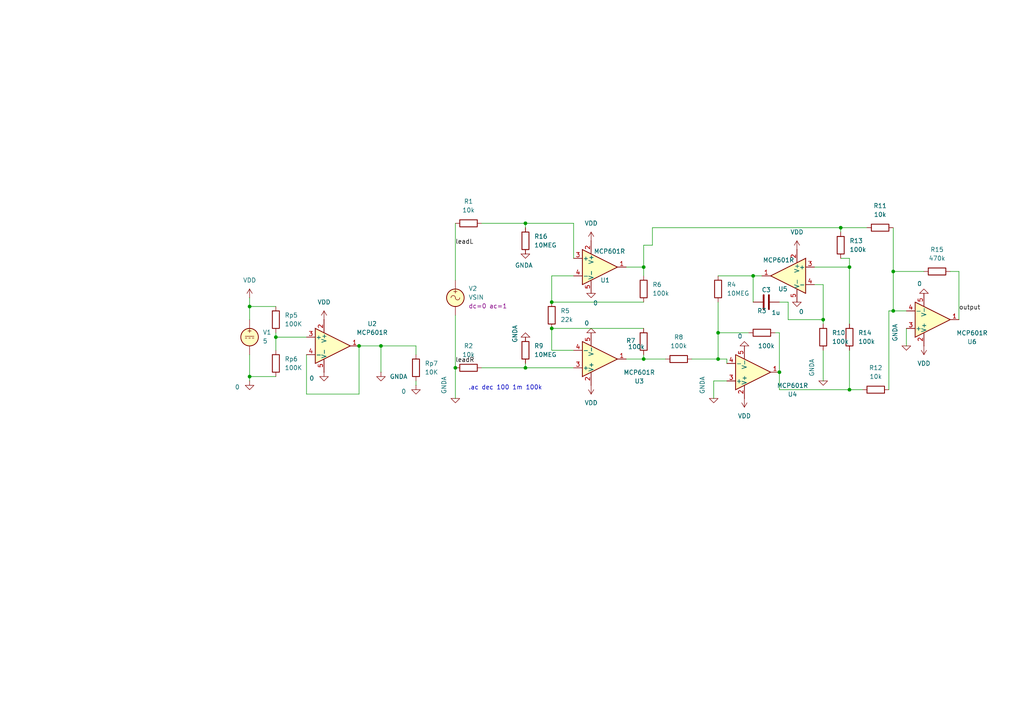
<source format=kicad_sch>
(kicad_sch (version 20250114) (generator "eeschema") (generator_version "9.0")
  (paper "A4")
  (lib_symbols
    (symbol "Amplifier_Operational:MCP601R" (pin_names (offset 0.127))
      (property "Reference" "U" (at 0 5.08 0))
      (property "Value" "MCP601R" (at 0 -5.08 0))
      (symbol "MCP601R_0_1"
        (polyline (pts (xy -5.08 5.08) (xy 5.08 0) (xy -5.08 -5.08) (xy -5.08 5.08)) (stroke (width 0.254)) (fill (type background)))
      )
      (symbol "MCP601R_1_1"
        (pin input line (at -7.62 2.54 0) (length 2.54) (name "+") (number "3"))
        (pin input line (at -7.62 -2.54 0) (length 2.54) (name "-") (number "4"))
        (pin power_in line (at -2.54 7.62 270) (length 3.81) (name "V+") (number "2"))
        (pin power_in line (at -2.54 -7.62 90) (length 3.81) (name "V-") (number "5"))
        (pin output line (at 7.62 0 180) (length 2.54) (name "~") (number "1"))
      )
    )
    (symbol "Device:C" (pin_numbers (hide yes)) (pin_names (offset 0.254))
      (property "Reference" "C" (at 0.635 2.54 0))
      (property "Value" "C" (at 0.635 -2.54 0))
      (symbol "C_0_1"
        (polyline (pts (xy -2.032 0.762) (xy 2.032 0.762)) (stroke (width 0.508)))
        (polyline (pts (xy -2.032 -0.762) (xy 2.032 -0.762)) (stroke (width 0.508)))
      )
      (symbol "C_1_1"
        (pin passive line (at 0 3.81 270) (length 2.794) (name "~") (number "1"))
        (pin passive line (at 0 -3.81 90) (length 2.794) (name "~") (number "2"))
      )
    )
    (symbol "Device:R" (pin_numbers (hide yes)) (pin_names (offset 0))
      (property "Reference" "R" (at 2.032 0 90))
      (property "Value" "R" (at 0 0 90))
      (symbol "R_0_1"
        (rectangle (start -1.016 -2.54) (end 1.016 2.54) (stroke (width 0.254)))
      )
      (symbol "R_1_1"
        (pin passive line (at 0 3.81 270) (length 1.27) (name "~") (number "1"))
        (pin passive line (at 0 -3.81 90) (length 1.27) (name "~") (number "2"))
      )
    )
    (symbol "Simulation_SPICE:0" (power) (pin_numbers (hide yes)) (pin_names (offset 0) (hide yes))
      (property "Value" "0" (at 0 -2.54 0))
      (symbol "0_0_1"
        (polyline (pts (xy -1.27 0) (xy 0 -1.27) (xy 1.27 0) (xy -1.27 0)))
      )
      (symbol "0_1_1"
        (pin power_in line (at 0 0 0) (length 0) (name "~") (number "1"))
      )
    )
    (symbol "Simulation_SPICE:VDC" (pin_numbers (hide yes)) (pin_names (offset 0.0254))
      (property "Reference" "V" (at 2.54 2.54 0))
      (property "Value" "1" (at 2.54 0 0))
      (symbol "VDC_0_0"
        (polyline (pts (xy -1.27 0.254) (xy 1.27 0.254)))
        (polyline (pts (xy -0.762 -0.254) (xy -1.27 -0.254)))
        (polyline (pts (xy 0.254 -0.254) (xy -0.254 -0.254)))
        (polyline (pts (xy 1.27 -0.254) (xy 0.762 -0.254)))
        (text "+" (at 0 1.905 0) (effects (font (size 1.27 1.27))))
      )
      (symbol "VDC_0_1"
        (circle (center 0 0) (radius 2.54) (stroke (width 0.254)) (fill (type background)))
      )
      (symbol "VDC_1_1"
        (pin passive line (at 0 5.08 270) (length 2.54) (name "~") (number "1"))
        (pin passive line (at 0 -5.08 90) (length 2.54) (name "~") (number "2"))
      )
    )
    (symbol "Simulation_SPICE:VSIN" (pin_numbers (hide yes)) (pin_names (offset 0.0254))
      (property "Reference" "V" (at 2.54 2.54 0))
      (property "Value" "VSIN" (at 2.54 0 0))
      (property "Sim.Params" "dc=0 ampl=1 f=1k ac=1" (at 2.54 -2.54 0))
      (symbol "VSIN_0_0"
        (arc (start -1.27 0) (mid -0.635 0.6323) (end 0 0))
        (arc (start 1.27 0) (mid 0.635 -0.6323) (end 0 0))
        (text "+" (at 0 1.905 0) (effects (font (size 1.27 1.27))))
      )
      (symbol "VSIN_0_1"
        (circle (center 0 0) (radius 2.54) (stroke (width 0.254)) (fill (type background)))
      )
      (symbol "VSIN_1_1"
        (pin passive line (at 0 5.08 270) (length 2.54) (name "~") (number "1"))
        (pin passive line (at 0 -5.08 90) (length 2.54) (name "~") (number "2"))
      )
    )
    (symbol "power:GND" (power) (pin_numbers (hide yes)) (pin_names (offset 0) (hide yes))
      (property "Value" "GND" (at 0 -3.81 0))
      (symbol "GND_0_1"
        (polyline (pts (xy 0 0) (xy 0 -1.27) (xy 1.27 -1.27) (xy 0 -2.54) (xy -1.27 -1.27) (xy 0 -1.27)))
      )
      (symbol "GND_1_1"
        (pin power_in line (at 0 0 270) (length 0) (name "~") (number "1"))
      )
    )
    (symbol "power:VDD" (power) (pin_numbers (hide yes)) (pin_names (offset 0) (hide yes))
      (property "Value" "VDD" (at 0 3.556 0))
      (symbol "VDD_0_1"
        (polyline (pts (xy -0.762 1.27) (xy 0 2.54)))
        (polyline (pts (xy 0 2.54) (xy 0.762 1.27)))
        (polyline (pts (xy 0 0) (xy 0 2.54)))
      )
      (symbol "VDD_1_1"
        (pin power_in line (at 0 0 90) (length 0) (name "~") (number "1"))
      )
    )
  )
  (text ".ac dec 100 1m 100k" (at 146.558 112.522 0) (effects (font (size 1.27 1.27))))
  (junction (at 226.06 107.95))
  (junction (at 160.02 95.25))
  (junction (at 238.76 92.71))
  (junction (at 259.08 78.74))
  (junction (at 152.4 64.77))
  (junction (at 110.49 100.33))
  (junction (at 186.69 77.47))
  (junction (at 152.4 106.68))
  (junction (at 243.84 66.04))
  (junction (at 80.01 97.79))
  (junction (at 246.38 113.03))
  (junction (at 218.44 80.01))
  (junction (at 246.38 77.47))
  (junction (at 208.28 96.52))
  (junction (at 208.28 104.14))
  (junction (at 259.08 90.17))
  (junction (at 104.14 100.33))
  (junction (at 160.02 87.63))
  (junction (at 186.69 104.14))
  (junction (at 132.08 106.68))
  (junction (at 72.39 109.22))
  (junction (at 72.39 88.9))
  (wire (pts (xy 208.28 87.63) (xy 208.28 96.52)))
  (wire (pts (xy 246.38 74.93) (xy 243.84 74.93)))
  (wire (pts (xy 166.37 64.77) (xy 166.37 74.93)))
  (wire (pts (xy 80.01 96.52) (xy 80.01 97.79)))
  (wire (pts (xy 262.89 95.25) (xy 262.89 100.33)))
  (wire (pts (xy 243.84 66.04) (xy 189.23 66.04)))
  (wire (pts (xy 218.44 80.01) (xy 218.44 87.63)))
  (wire (pts (xy 186.69 104.14) (xy 193.04 104.14)))
  (wire (pts (xy 224.79 96.52) (xy 226.06 96.52)))
  (wire (pts (xy 139.7 64.77) (xy 152.4 64.77)))
  (wire (pts (xy 110.49 100.33) (xy 110.49 107.95)))
  (wire (pts (xy 207.01 110.49) (xy 207.01 115.57)))
  (wire (pts (xy 186.69 102.87) (xy 186.69 104.14)))
  (wire (pts (xy 139.7 106.68) (xy 152.4 106.68)))
  (wire (pts (xy 259.08 90.17) (xy 262.89 90.17)))
  (wire (pts (xy 88.9 102.87) (xy 88.9 114.3)))
  (wire (pts (xy 80.01 88.9) (xy 72.39 88.9)))
  (wire (pts (xy 120.65 110.49) (xy 120.65 111.76)))
  (wire (pts (xy 226.06 96.52) (xy 226.06 107.95)))
  (wire (pts (xy 200.66 104.14) (xy 208.28 104.14)))
  (wire (pts (xy 80.01 97.79) (xy 88.9 97.79)))
  (wire (pts (xy 246.38 93.98) (xy 246.38 77.47)))
  (wire (pts (xy 246.38 77.47) (xy 246.38 74.93)))
  (wire (pts (xy 246.38 113.03) (xy 226.06 113.03)))
  (wire (pts (xy 72.39 88.9) (xy 72.39 92.71)))
  (wire (pts (xy 210.82 110.49) (xy 207.01 110.49)))
  (wire (pts (xy 278.13 78.74) (xy 275.59 78.74)))
  (wire (pts (xy 217.17 96.52) (xy 208.28 96.52)))
  (wire (pts (xy 181.61 104.14) (xy 186.69 104.14)))
  (wire (pts (xy 166.37 80.01) (xy 160.02 80.01)))
  (wire (pts (xy 257.81 90.17) (xy 259.08 90.17)))
  (wire (pts (xy 257.81 113.03) (xy 257.81 90.17)))
  (wire (pts (xy 246.38 101.6) (xy 246.38 113.03)))
  (wire (pts (xy 243.84 66.04) (xy 251.46 66.04)))
  (wire (pts (xy 72.39 110.49) (xy 72.39 109.22)))
  (wire (pts (xy 250.19 113.03) (xy 246.38 113.03)))
  (wire (pts (xy 80.01 109.22) (xy 72.39 109.22)))
  (wire (pts (xy 208.28 96.52) (xy 208.28 104.14)))
  (wire (pts (xy 186.69 77.47) (xy 186.69 80.01)))
  (wire (pts (xy 104.14 100.33) (xy 104.14 114.3)))
  (wire (pts (xy 132.08 81.28) (xy 132.08 64.77)))
  (wire (pts (xy 236.22 77.47) (xy 246.38 77.47)))
  (wire (pts (xy 238.76 101.6) (xy 238.76 110.49)))
  (wire (pts (xy 238.76 92.71) (xy 238.76 93.98)))
  (wire (pts (xy 120.65 100.33) (xy 120.65 102.87)))
  (wire (pts (xy 236.22 82.55) (xy 238.76 82.55)))
  (wire (pts (xy 218.44 80.01) (xy 220.98 80.01)))
  (wire (pts (xy 189.23 66.04) (xy 189.23 71.12)))
  (wire (pts (xy 228.6 92.71) (xy 238.76 92.71)))
  (wire (pts (xy 226.06 87.63) (xy 228.6 87.63)))
  (wire (pts (xy 259.08 78.74) (xy 267.97 78.74)))
  (wire (pts (xy 210.82 104.14) (xy 210.82 105.41)))
  (wire (pts (xy 259.08 66.04) (xy 259.08 78.74)))
  (wire (pts (xy 186.69 71.12) (xy 186.69 77.47)))
  (wire (pts (xy 160.02 95.25) (xy 186.69 95.25)))
  (wire (pts (xy 104.14 100.33) (xy 110.49 100.33)))
  (wire (pts (xy 160.02 80.01) (xy 160.02 87.63)))
  (wire (pts (xy 278.13 92.71) (xy 278.13 78.74)))
  (wire (pts (xy 208.28 80.01) (xy 218.44 80.01)))
  (wire (pts (xy 259.08 78.74) (xy 259.08 90.17)))
  (wire (pts (xy 166.37 101.6) (xy 160.02 101.6)))
  (wire (pts (xy 152.4 105.41) (xy 152.4 106.68)))
  (wire (pts (xy 152.4 64.77) (xy 152.4 66.04)))
  (wire (pts (xy 72.39 109.22) (xy 72.39 102.87)))
  (wire (pts (xy 88.9 114.3) (xy 104.14 114.3)))
  (wire (pts (xy 160.02 87.63) (xy 186.69 87.63)))
  (wire (pts (xy 152.4 106.68) (xy 166.37 106.68)))
  (wire (pts (xy 110.49 100.33) (xy 120.65 100.33)))
  (wire (pts (xy 208.28 104.14) (xy 210.82 104.14)))
  (wire (pts (xy 152.4 64.77) (xy 166.37 64.77)))
  (wire (pts (xy 189.23 71.12) (xy 186.69 71.12)))
  (wire (pts (xy 132.08 106.68) (xy 132.08 115.57)))
  (wire (pts (xy 243.84 66.04) (xy 243.84 67.31)))
  (wire (pts (xy 226.06 113.03) (xy 226.06 107.95)))
  (wire (pts (xy 181.61 77.47) (xy 186.69 77.47)))
  (wire (pts (xy 80.01 97.79) (xy 80.01 101.6)))
  (wire (pts (xy 132.08 91.44) (xy 132.08 106.68)))
  (wire (pts (xy 160.02 95.25) (xy 160.02 101.6)))
  (wire (pts (xy 238.76 82.55) (xy 238.76 92.71)))
  (wire (pts (xy 72.39 88.9) (xy 72.39 86.36)))
  (wire (pts (xy 228.6 87.63) (xy 228.6 92.71)))
  (label "leadL" (at 132.08 71.12 0))
  (label "leadR" (at 132.08 105.41 0))
  (label "output" (at 278.13 90.17 0))
  (symbol (lib_id "power:GND") (at 120.65 111.76 0) (unit 1)
    (property "Reference" "#PWR07" (effects (hide yes)))
    (property "Value" "0" (at 117.094 113.538 0))
    (property "Description" "Power symbol creates a global label with name \"GND\" , ground" (effects (hide yes)))
  )
  (symbol (lib_id "power:GND") (at 110.49 107.95 0) (unit 1)
    (property "Reference" "#PWR08" (effects (hide yes)))
    (property "Value" "GNDA" (at 113.03 109.2199 0) (effects (justify left)))
    (property "Description" "Power symbol creates a global label with name \"GND\" , ground" (effects (hide yes)))
  )
  (symbol (lib_id "Simulation_SPICE:0") (at 215.9 100.33 180) (unit 1)
    (property "Reference" "#GND05" (effects (hide yes)))
    (property "Value" "0" (at 214.63 97.536 0))
    (property "Datasheet" "https://ngspice.sourceforge.io/docs/ngspice-html-manual/manual.xhtml#subsec_Circuit_elements__device" (effects (hide yes)))
    (property "Description" "0V reference potential for simulation" (effects (hide yes)))
  )
  (symbol (lib_id "power:GND") (at 93.98 107.95 0) (unit 1)
    (property "Reference" "#PWR06" (effects (hide yes)))
    (property "Value" "0" (at 90.424 109.728 0))
    (property "Description" "Power symbol creates a global label with name \"GND\" , ground" (effects (hide yes)))
  )
  (symbol (lib_id "Simulation_SPICE:0") (at 132.08 115.57 0) (unit 1)
    (property "Reference" "#GND07" (effects (hide yes)))
    (property "Value" "GNDA" (at 128.778 114.3 90) (effects (justify left)))
    (property "Datasheet" "https://ngspice.sourceforge.io/docs/ngspice-html-manual/manual.xhtml#subsec_Circuit_elements__device" (effects (hide yes)))
    (property "Description" "0V reference potential for simulation" (effects (hide yes)))
  )
  (symbol (lib_id "Device:C") (at 222.25 87.63 90) (unit 1)
    (property "Reference" "C3" (at 222.25 84.074 90))
    (property "Value" "1u" (at 225.044 90.678 90))
    (property "Description" "Unpolarized capacitor" (effects (hide yes)))
  )
  (symbol (lib_id "power:VDD") (at 231.14 72.39 0) (unit 1)
    (property "Reference" "#PWR05" (effects (hide yes)))
    (property "Value" "VDD" (at 231.14 67.31 0))
    (property "Description" "Power symbol creates a global label with name \"VDD\"" (effects (hide yes)))
  )
  (symbol (lib_id "Device:R") (at 80.01 92.71 0) (unit 1)
    (property "Reference" "Rp5" (at 82.55 91.4399 0) (effects (justify left)))
    (property "Value" "100K" (at 82.55 93.9799 0) (effects (justify left)))
    (property "Description" "Resistor" (effects (hide yes)))
  )
  (symbol (lib_id "Device:R") (at 135.89 106.68 90) (unit 1)
    (property "Reference" "R2" (at 135.89 100.33 90))
    (property "Value" "10k" (at 135.89 102.87 90))
    (property "Description" "Resistor" (effects (hide yes)))
  )
  (symbol (lib_id "Device:R") (at 152.4 69.85 180) (unit 1)
    (property "Reference" "R16" (at 154.94 68.5799 0) (effects (justify right)))
    (property "Value" "10MEG" (at 154.94 71.1199 0) (effects (justify right)))
    (property "Description" "Resistor" (effects (hide yes)))
  )
  (symbol (lib_id "Device:R") (at 120.65 106.68 0) (unit 1)
    (property "Reference" "Rp7" (at 123.19 105.4099 0) (effects (justify left)))
    (property "Value" "10K" (at 123.19 107.9499 0) (effects (justify left)))
    (property "Description" "Resistor" (effects (hide yes)))
  )
  (symbol (lib_id "Device:R") (at 243.84 71.12 180) (unit 1)
    (property "Reference" "R13" (at 246.38 69.8499 0) (effects (justify right)))
    (property "Value" "100k" (at 246.38 72.3899 0) (effects (justify right)))
    (property "Description" "Resistor" (effects (hide yes)))
  )
  (symbol (lib_id "Device:R") (at 80.01 105.41 0) (unit 1)
    (property "Reference" "Rp6" (at 82.55 104.1399 0) (effects (justify left)))
    (property "Value" "100K" (at 82.55 106.6799 0) (effects (justify left)))
    (property "Description" "Resistor" (effects (hide yes)))
  )
  (symbol (lib_id "Device:R") (at 135.89 64.77 90) (unit 1)
    (property "Reference" "R1" (at 135.89 58.42 90))
    (property "Value" "10k" (at 135.89 60.96 90))
    (property "Description" "Resistor" (effects (hide yes)))
  )
  (symbol (lib_id "power:GND") (at 72.39 110.49 0) (unit 1)
    (property "Reference" "#PWR01" (effects (hide yes)))
    (property "Value" "0" (at 68.834 112.268 0))
    (property "Description" "Power symbol creates a global label with name \"GND\" , ground" (effects (hide yes)))
  )
  (symbol (lib_id "Amplifier_Operational:MCP601R") (at 270.51 92.71 0) (mirror x) (unit 1)
    (property "Reference" "U6" (at 281.94 99.1302 0))
    (property "Value" "MCP601R" (at 281.94 96.5902 0))
    (property "Footprint" "Package_TO_SOT_SMD:SOT-23-5" (effects (hide yes)))
    (property "Datasheet" "https://ww1.microchip.com/downloads/en/DeviceDoc/21314g.pdf" (effects (hide yes)))
    (property "Description" "Single 2.7V to 6.0V Single Supply CMOS Op Amps, SOT-23-5" (effects (hide yes)))
    (property "Sim.Library" "/home/pepika/work/faks/medicinska_elektronika/vezba1/MCP601_opamp.txt" (effects (hide yes)))
    (property "Sim.Name" "MCP601" (effects (hide yes)))
    (property "Sim.Device" "SUBCKT" (effects (hide yes)))
    (property "Sim.Pins" "1=5 2=3 3=1 4=2 5=4" (effects (hide yes)))
  )
  (symbol (lib_id "Amplifier_Operational:MCP601R") (at 218.44 107.95 0) (mirror x) (unit 1)
    (property "Reference" "U4" (at 229.87 114.3702 0))
    (property "Value" "MCP601R" (at 229.87 111.8302 0))
    (property "Footprint" "Package_TO_SOT_SMD:SOT-23-5" (effects (hide yes)))
    (property "Datasheet" "https://ww1.microchip.com/downloads/en/DeviceDoc/21314g.pdf" (effects (hide yes)))
    (property "Description" "Single 2.7V to 6.0V Single Supply CMOS Op Amps, SOT-23-5" (effects (hide yes)))
    (property "Sim.Library" "/home/pepika/work/faks/medicinska_elektronika/vezba1/MCP601_opamp.txt" (effects (hide yes)))
    (property "Sim.Name" "MCP601" (effects (hide yes)))
    (property "Sim.Device" "SUBCKT" (effects (hide yes)))
    (property "Sim.Pins" "1=5 2=3 3=1 4=2 5=4" (effects (hide yes)))
  )
  (symbol (lib_id "Simulation_SPICE:0") (at 171.45 85.09 0) (unit 1)
    (property "Reference" "#GND02" (effects (hide yes)))
    (property "Value" "0" (at 172.72 87.884 0))
    (property "Datasheet" "https://ngspice.sourceforge.io/docs/ngspice-html-manual/manual.xhtml#subsec_Circuit_elements__device" (effects (hide yes)))
    (property "Description" "0V reference potential for simulation" (effects (hide yes)))
  )
  (symbol (lib_id "Device:R") (at 152.4 101.6 180) (unit 1)
    (property "Reference" "R9" (at 154.94 100.3299 0) (effects (justify right)))
    (property "Value" "10MEG" (at 154.94 102.8699 0) (effects (justify right)))
    (property "Description" "Resistor" (effects (hide yes)))
  )
  (symbol (lib_id "power:VDD") (at 171.45 69.85 0) (unit 1)
    (property "Reference" "#PWR02" (effects (hide yes)))
    (property "Value" "VDD" (at 171.45 64.77 0))
    (property "Description" "Power symbol creates a global label with name \"VDD\"" (effects (hide yes)))
  )
  (symbol (lib_id "Device:R") (at 186.69 83.82 0) (unit 1)
    (property "Reference" "R6" (at 189.23 82.5499 0) (effects (justify left)))
    (property "Value" "100k" (at 189.23 85.0899 0) (effects (justify left)))
    (property "Description" "Resistor" (effects (hide yes)))
  )
  (symbol (lib_id "power:VDD") (at 171.45 111.76 180) (unit 1)
    (property "Reference" "#PWR03" (effects (hide yes)))
    (property "Value" "VDD" (at 171.45 116.84 0))
    (property "Description" "Power symbol creates a global label with name \"VDD\"" (effects (hide yes)))
  )
  (symbol (lib_id "Device:R") (at 220.98 96.52 270) (unit 1)
    (property "Reference" "R3" (at 220.98 90.17 90))
    (property "Value" "100k" (at 222.25 100.33 90))
    (property "Description" "Resistor" (effects (hide yes)))
  )
  (symbol (lib_id "Device:R") (at 238.76 97.79 0) (unit 1)
    (property "Reference" "R10" (at 241.3 96.5199 0) (effects (justify left)))
    (property "Value" "100k" (at 241.3 99.0599 0) (effects (justify left)))
    (property "Description" "Resistor" (effects (hide yes)))
  )
  (symbol (lib_id "Simulation_SPICE:0") (at 231.14 87.63 0) (unit 1)
    (property "Reference" "#GND04" (effects (hide yes)))
    (property "Value" "0" (at 232.41 90.424 0))
    (property "Datasheet" "https://ngspice.sourceforge.io/docs/ngspice-html-manual/manual.xhtml#subsec_Circuit_elements__device" (effects (hide yes)))
    (property "Description" "0V reference potential for simulation" (effects (hide yes)))
  )
  (symbol (lib_id "Device:R") (at 246.38 97.79 180) (unit 1)
    (property "Reference" "R14" (at 248.92 96.5199 0) (effects (justify right)))
    (property "Value" "100k" (at 248.92 99.0599 0) (effects (justify right)))
    (property "Description" "Resistor" (effects (hide yes)))
  )
  (symbol (lib_id "power:VDD") (at 267.97 100.33 180) (unit 1)
    (property "Reference" "#PWR011" (effects (hide yes)))
    (property "Value" "VDD" (at 267.97 105.41 0))
    (property "Description" "Power symbol creates a global label with name \"VDD\"" (effects (hide yes)))
  )
  (symbol (lib_id "Device:R") (at 160.02 91.44 180) (unit 1)
    (property "Reference" "R5" (at 162.56 90.1699 0) (effects (justify right)))
    (property "Value" "22k" (at 162.56 92.7099 0) (effects (justify right)))
    (property "Description" "Resistor" (effects (hide yes)))
  )
  (symbol (lib_id "Amplifier_Operational:MCP601R") (at 173.99 104.14 0) (mirror x) (unit 1)
    (property "Reference" "U3" (at 185.42 110.5602 0))
    (property "Value" "MCP601R" (at 185.42 108.0202 0))
    (property "Footprint" "Package_TO_SOT_SMD:SOT-23-5" (effects (hide yes)))
    (property "Datasheet" "https://ww1.microchip.com/downloads/en/DeviceDoc/21314g.pdf" (effects (hide yes)))
    (property "Description" "Single 2.7V to 6.0V Single Supply CMOS Op Amps, SOT-23-5" (effects (hide yes)))
    (property "Sim.Library" "/home/pepika/work/faks/medicinska_elektronika/vezba1/MCP601_opamp.txt" (effects (hide yes)))
    (property "Sim.Name" "MCP601" (effects (hide yes)))
    (property "Sim.Device" "SUBCKT" (effects (hide yes)))
    (property "Sim.Pins" "1=5 2=3 3=1 4=2 5=4" (effects (hide yes)))
  )
  (symbol (lib_id "Simulation_SPICE:0") (at 262.89 100.33 0) (unit 1)
    (property "Reference" "#GND09" (effects (hide yes)))
    (property "Value" "GNDA" (at 259.588 99.06 90) (effects (justify left)))
    (property "Datasheet" "https://ngspice.sourceforge.io/docs/ngspice-html-manual/manual.xhtml#subsec_Circuit_elements__device" (effects (hide yes)))
    (property "Description" "0V reference potential for simulation" (effects (hide yes)))
  )
  (symbol (lib_id "power:VDD") (at 93.98 92.71 0) (unit 1)
    (property "Reference" "#PWR010" (effects (hide yes)))
    (property "Value" "VDD" (at 93.98 87.63 0))
    (property "Description" "Power symbol creates a global label with name \"VDD\"" (effects (hide yes)))
  )
  (symbol (lib_id "Device:R") (at 208.28 83.82 0) (unit 1)
    (property "Reference" "R4" (at 210.82 82.5499 0) (effects (justify left)))
    (property "Value" "10MEG" (at 210.82 85.0899 0) (effects (justify left)))
    (property "Description" "Resistor" (effects (hide yes)))
  )
  (symbol (lib_id "power:VDD") (at 72.39 86.36 0) (unit 1)
    (property "Reference" "#PWR09" (effects (hide yes)))
    (property "Value" "VDD" (at 72.39 81.28 0))
    (property "Description" "Power symbol creates a global label with name \"VDD\"" (effects (hide yes)))
  )
  (symbol (lib_id "Amplifier_Operational:MCP601R") (at 228.6 80.01 0) (mirror y) (unit 1)
    (property "Reference" "U5" (at 227.076 83.82 0))
    (property "Value" "MCP601R" (at 225.806 75.438 0))
    (property "Footprint" "Package_TO_SOT_SMD:SOT-23-5" (effects (hide yes)))
    (property "Datasheet" "https://ww1.microchip.com/downloads/en/DeviceDoc/21314g.pdf" (effects (hide yes)))
    (property "Description" "Single 2.7V to 6.0V Single Supply CMOS Op Amps, SOT-23-5" (effects (hide yes)))
    (property "Sim.Library" "/home/pepika/work/faks/medicinska_elektronika/vezba1/MCP601_opamp.txt" (effects (hide yes)))
    (property "Sim.Name" "MCP601" (effects (hide yes)))
    (property "Sim.Device" "SUBCKT" (effects (hide yes)))
    (property "Sim.Pins" "1=5 2=3 3=1 4=2 5=4" (effects (hide yes)))
  )
  (symbol (lib_id "Device:R") (at 255.27 66.04 90) (unit 1)
    (property "Reference" "R11" (at 255.27 59.69 90))
    (property "Value" "10k" (at 255.27 62.23 90))
    (property "Description" "Resistor" (effects (hide yes)))
  )
  (symbol (lib_id "Device:R") (at 271.78 78.74 90) (unit 1)
    (property "Reference" "R15" (at 271.78 72.39 90))
    (property "Value" "470k" (at 271.78 74.93 90))
    (property "Description" "Resistor" (effects (hide yes)))
  )
  (symbol (lib_id "Simulation_SPICE:0") (at 267.97 85.09 180) (unit 1)
    (property "Reference" "#GND08" (effects (hide yes)))
    (property "Value" "0" (at 266.7 82.296 0))
    (property "Datasheet" "https://ngspice.sourceforge.io/docs/ngspice-html-manual/manual.xhtml#subsec_Circuit_elements__device" (effects (hide yes)))
    (property "Description" "0V reference potential for simulation" (effects (hide yes)))
  )
  (symbol (lib_id "Simulation_SPICE:0") (at 238.76 110.49 0) (unit 1)
    (property "Reference" "#GND06" (effects (hide yes)))
    (property "Value" "GNDA" (at 235.458 109.22 90) (effects (justify left)))
    (property "Datasheet" "https://ngspice.sourceforge.io/docs/ngspice-html-manual/manual.xhtml#subsec_Circuit_elements__device" (effects (hide yes)))
    (property "Description" "0V reference potential for simulation" (effects (hide yes)))
  )
  (symbol (lib_id "Simulation_SPICE:0") (at 171.45 96.52 180) (unit 1)
    (property "Reference" "#GND01" (effects (hide yes)))
    (property "Value" "0" (at 170.18 93.726 0))
    (property "Datasheet" "https://ngspice.sourceforge.io/docs/ngspice-html-manual/manual.xhtml#subsec_Circuit_elements__device" (effects (hide yes)))
    (property "Description" "0V reference potential for simulation" (effects (hide yes)))
  )
  (symbol (lib_id "Amplifier_Operational:MCP601R") (at 96.52 100.33 0) (unit 1)
    (property "Reference" "U2" (at 107.95 93.9098 0))
    (property "Value" "MCP601R" (at 107.95 96.4498 0))
    (property "Footprint" "Package_TO_SOT_SMD:SOT-23-5" (effects (hide yes)))
    (property "Datasheet" "https://ww1.microchip.com/downloads/en/DeviceDoc/21314g.pdf" (effects (hide yes)))
    (property "Description" "Single 2.7V to 6.0V Single Supply CMOS Op Amps, SOT-23-5" (effects (hide yes)))
    (property "Sim.Library" "/home/pepika/work/faks/medicinska_elektronika/vezba1/MCP601_opamp.txt" (effects (hide yes)))
    (property "Sim.Name" "MCP601" (effects (hide yes)))
    (property "Sim.Device" "SUBCKT" (effects (hide yes)))
    (property "Sim.Pins" "1=5 2=3 3=1 4=2 5=4" (effects (hide yes)))
  )
  (symbol (lib_id "Simulation_SPICE:VDC") (at 72.39 97.79 0) (unit 1)
    (property "Reference" "V1" (at 76.2 96.3901 0) (effects (justify left)))
    (property "Value" "5" (at 76.2 98.9301 0) (effects (justify left)))
    (property "Datasheet" "https://ngspice.sourceforge.io/docs/ngspice-html-manual/manual.xhtml#sec_Independent_Sources_for" (effects (hide yes)))
    (property "Description" "Voltage source, DC" (effects (hide yes)))
    (property "Sim.Pins" "1=+ 2=-" (effects (hide yes)))
    (property "Sim.Type" "DC" (effects (hide yes)))
    (property "Sim.Device" "V" (effects (hide yes)))
  )
  (symbol (lib_id "Device:R") (at 186.69 99.06 0) (unit 1)
    (property "Reference" "R7" (at 181.61 98.806 0) (effects (justify left)))
    (property "Value" "100k" (at 182.118 100.584 0) (effects (justify left)))
    (property "Description" "Resistor" (effects (hide yes)))
  )
  (symbol (lib_id "Device:R") (at 196.85 104.14 270) (unit 1)
    (property "Reference" "R8" (at 196.85 97.79 90))
    (property "Value" "100k" (at 196.85 100.33 90))
    (property "Description" "Resistor" (effects (hide yes)))
  )
  (symbol (lib_id "Device:R") (at 254 113.03 90) (unit 1)
    (property "Reference" "R12" (at 254 106.68 90))
    (property "Value" "10k" (at 254 109.22 90))
    (property "Description" "Resistor" (effects (hide yes)))
  )
  (symbol (lib_id "Simulation_SPICE:0") (at 152.4 97.79 180) (unit 1)
    (property "Reference" "#GND011" (effects (hide yes)))
    (property "Value" "GNDA" (at 149.352 94.234 90) (effects (justify left)))
    (property "Datasheet" "https://ngspice.sourceforge.io/docs/ngspice-html-manual/manual.xhtml#subsec_Circuit_elements__device" (effects (hide yes)))
    (property "Description" "0V reference potential for simulation" (effects (hide yes)))
  )
  (symbol (lib_id "Simulation_SPICE:VSIN") (at 132.08 86.36 0) (unit 1)
    (property "Reference" "V2" (at 135.89 83.6901 0) (effects (justify left)))
    (property "Value" "VSIN" (at 135.89 86.2301 0) (effects (justify left)))
    (property "Datasheet" "https://ngspice.sourceforge.io/docs/ngspice-html-manual/manual.xhtml#sec_Independent_Sources_for" (effects (hide yes)))
    (property "Description" "Voltage source, sinusoidal" (effects (hide yes)))
    (property "Sim.Pins" "1=+ 2=-" (effects (hide yes)))
    (property "Sim.Params" "dc=0 ac=1" (at 135.89 88.7701 0) (effects (justify left)))
    (property "Sim.Type" "SIN" (effects (hide yes)))
    (property "Sim.Device" "V" (effects (hide yes)))
  )
  (symbol (lib_id "Simulation_SPICE:0") (at 152.4 73.66 0) (unit 1)
    (property "Reference" "#GND010" (effects (hide yes)))
    (property "Value" "GNDA" (at 149.352 76.962 0) (effects (justify left)))
    (property "Datasheet" "https://ngspice.sourceforge.io/docs/ngspice-html-manual/manual.xhtml#subsec_Circuit_elements__device" (effects (hide yes)))
    (property "Description" "0V reference potential for simulation" (effects (hide yes)))
  )
  (symbol (lib_id "Amplifier_Operational:MCP601R") (at 173.99 77.47 0) (unit 1)
    (property "Reference" "U1" (at 175.514 81.28 0))
    (property "Value" "MCP601R" (at 176.784 72.898 0))
    (property "Footprint" "Package_TO_SOT_SMD:SOT-23-5" (effects (hide yes)))
    (property "Datasheet" "https://ww1.microchip.com/downloads/en/DeviceDoc/21314g.pdf" (effects (hide yes)))
    (property "Description" "Single 2.7V to 6.0V Single Supply CMOS Op Amps, SOT-23-5" (effects (hide yes)))
    (property "Sim.Library" "/home/pepika/work/faks/medicinska_elektronika/vezba1/MCP601_opamp.txt" (effects (hide yes)))
    (property "Sim.Name" "MCP601" (effects (hide yes)))
    (property "Sim.Device" "SUBCKT" (effects (hide yes)))
    (property "Sim.Pins" "1=5 2=3 3=1 4=2 5=4" (effects (hide yes)))
  )
  (symbol (lib_id "Simulation_SPICE:0") (at 207.01 115.57 0) (unit 1)
    (property "Reference" "#GND03" (effects (hide yes)))
    (property "Value" "GNDA" (at 203.708 114.3 90) (effects (justify left)))
    (property "Datasheet" "https://ngspice.sourceforge.io/docs/ngspice-html-manual/manual.xhtml#subsec_Circuit_elements__device" (effects (hide yes)))
    (property "Description" "0V reference potential for simulation" (effects (hide yes)))
  )
  (symbol (lib_id "power:VDD") (at 215.9 115.57 180) (unit 1)
    (property "Reference" "#PWR04" (effects (hide yes)))
    (property "Value" "VDD" (at 215.9 120.65 0))
    (property "Description" "Power symbol creates a global label with name \"VDD\"" (effects (hide yes)))
  )
)
</source>
